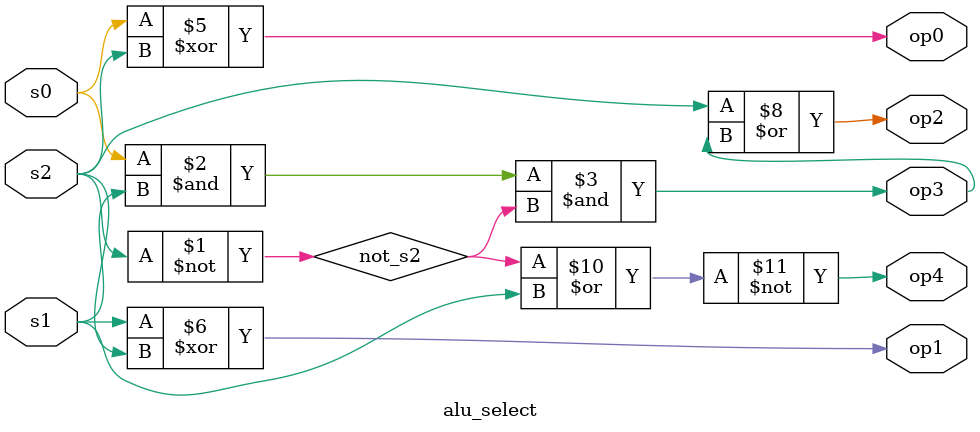
<source format=v>
`timescale 1ns / 1ps
`default_nettype none
module alu_select (
    input s0,
    input s1,
    input s2,
    output op0,
    output op1,
    output op2,
    output op3,
    output op4
);
    wire not_s2 = ~s2;
    wire a      = ~(s0 & s1 & not_s2); // NAND3

    assign op0  = s0 ^ s2;
    assign op1  = s1 ^ s2;
    // op2 is true when s2 is set OR when s0&s1&~s2
    assign op2  = s2 | ~a;
    assign op3  = ~a;
    assign op4  = ~(not_s2 | s1);
endmodule

</source>
